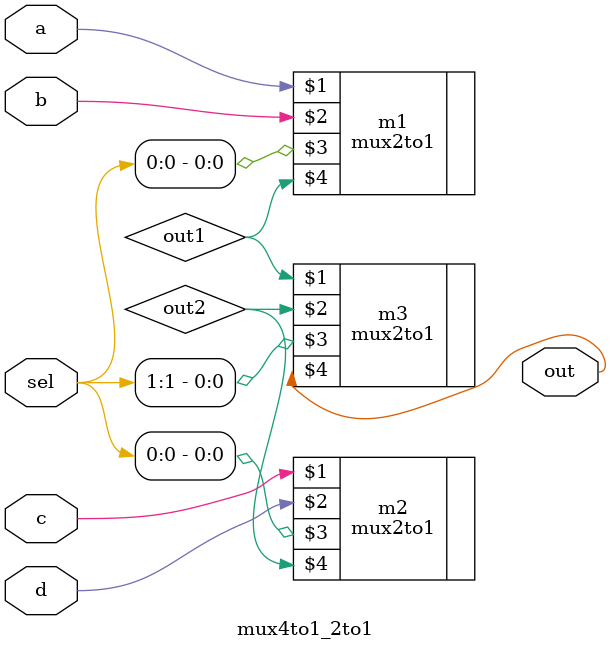
<source format=v>
module mux4to1_2to1 (
    input a, input b, input c, input d, input [1:0]sel, //00 01 10 11
    output out
);
    
wire out1,out2;
mux2to1 m1(a,b,sel[0],out1), m2(c,d,sel[0],out2), m3(out1,out2,sel[1],out);


endmodule
</source>
